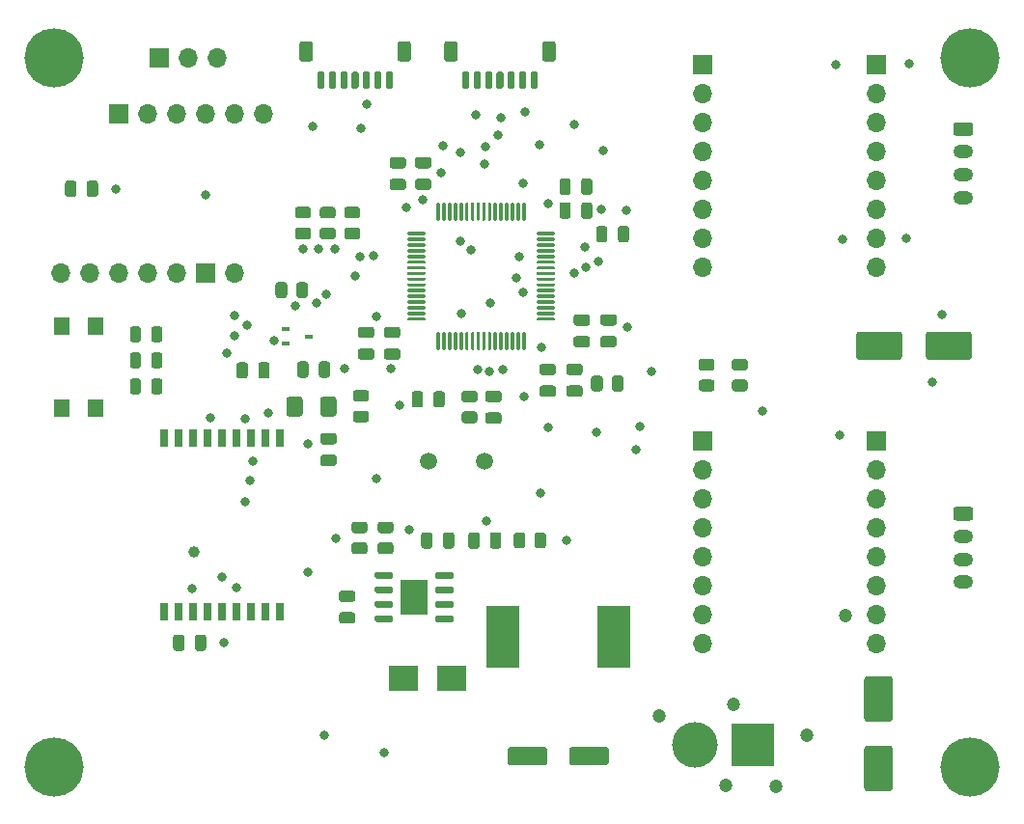
<source format=gbr>
%TF.GenerationSoftware,KiCad,Pcbnew,(5.1.9)-1*%
%TF.CreationDate,2021-05-11T17:21:45+03:00*%
%TF.ProjectId,robotti,726f626f-7474-4692-9e6b-696361645f70,rev?*%
%TF.SameCoordinates,Original*%
%TF.FileFunction,Soldermask,Top*%
%TF.FilePolarity,Negative*%
%FSLAX46Y46*%
G04 Gerber Fmt 4.6, Leading zero omitted, Abs format (unit mm)*
G04 Created by KiCad (PCBNEW (5.1.9)-1) date 2021-05-11 17:21:45*
%MOMM*%
%LPD*%
G01*
G04 APERTURE LIST*
%ADD10R,2.410000X3.100000*%
%ADD11R,0.700000X1.600000*%
%ADD12C,5.200000*%
%ADD13O,1.700000X1.700000*%
%ADD14R,1.700000X1.700000*%
%ADD15C,1.500000*%
%ADD16R,0.700000X0.450000*%
%ADD17R,1.400000X1.600000*%
%ADD18R,2.900000X5.400000*%
%ADD19O,1.750000X1.200000*%
%ADD20C,4.000000*%
%ADD21R,3.800000X3.800000*%
%ADD22R,2.500000X2.300000*%
%ADD23C,1.200000*%
%ADD24C,0.800000*%
%ADD25C,1.000000*%
G04 APERTURE END LIST*
D10*
%TO.C,U5*%
X125828500Y-96215500D03*
G36*
G01*
X123978500Y-97970500D02*
X123978500Y-98270500D01*
G75*
G02*
X123828500Y-98420500I-150000J0D01*
G01*
X122528500Y-98420500D01*
G75*
G02*
X122378500Y-98270500I0J150000D01*
G01*
X122378500Y-97970500D01*
G75*
G02*
X122528500Y-97820500I150000J0D01*
G01*
X123828500Y-97820500D01*
G75*
G02*
X123978500Y-97970500I0J-150000D01*
G01*
G37*
G36*
G01*
X123978500Y-96700500D02*
X123978500Y-97000500D01*
G75*
G02*
X123828500Y-97150500I-150000J0D01*
G01*
X122528500Y-97150500D01*
G75*
G02*
X122378500Y-97000500I0J150000D01*
G01*
X122378500Y-96700500D01*
G75*
G02*
X122528500Y-96550500I150000J0D01*
G01*
X123828500Y-96550500D01*
G75*
G02*
X123978500Y-96700500I0J-150000D01*
G01*
G37*
G36*
G01*
X123978500Y-95430500D02*
X123978500Y-95730500D01*
G75*
G02*
X123828500Y-95880500I-150000J0D01*
G01*
X122528500Y-95880500D01*
G75*
G02*
X122378500Y-95730500I0J150000D01*
G01*
X122378500Y-95430500D01*
G75*
G02*
X122528500Y-95280500I150000J0D01*
G01*
X123828500Y-95280500D01*
G75*
G02*
X123978500Y-95430500I0J-150000D01*
G01*
G37*
G36*
G01*
X123978500Y-94160500D02*
X123978500Y-94460500D01*
G75*
G02*
X123828500Y-94610500I-150000J0D01*
G01*
X122528500Y-94610500D01*
G75*
G02*
X122378500Y-94460500I0J150000D01*
G01*
X122378500Y-94160500D01*
G75*
G02*
X122528500Y-94010500I150000J0D01*
G01*
X123828500Y-94010500D01*
G75*
G02*
X123978500Y-94160500I0J-150000D01*
G01*
G37*
G36*
G01*
X129278500Y-94160500D02*
X129278500Y-94460500D01*
G75*
G02*
X129128500Y-94610500I-150000J0D01*
G01*
X127828500Y-94610500D01*
G75*
G02*
X127678500Y-94460500I0J150000D01*
G01*
X127678500Y-94160500D01*
G75*
G02*
X127828500Y-94010500I150000J0D01*
G01*
X129128500Y-94010500D01*
G75*
G02*
X129278500Y-94160500I0J-150000D01*
G01*
G37*
G36*
G01*
X129278500Y-95430500D02*
X129278500Y-95730500D01*
G75*
G02*
X129128500Y-95880500I-150000J0D01*
G01*
X127828500Y-95880500D01*
G75*
G02*
X127678500Y-95730500I0J150000D01*
G01*
X127678500Y-95430500D01*
G75*
G02*
X127828500Y-95280500I150000J0D01*
G01*
X129128500Y-95280500D01*
G75*
G02*
X129278500Y-95430500I0J-150000D01*
G01*
G37*
G36*
G01*
X129278500Y-96700500D02*
X129278500Y-97000500D01*
G75*
G02*
X129128500Y-97150500I-150000J0D01*
G01*
X127828500Y-97150500D01*
G75*
G02*
X127678500Y-97000500I0J150000D01*
G01*
X127678500Y-96700500D01*
G75*
G02*
X127828500Y-96550500I150000J0D01*
G01*
X129128500Y-96550500D01*
G75*
G02*
X129278500Y-96700500I0J-150000D01*
G01*
G37*
G36*
G01*
X129278500Y-97970500D02*
X129278500Y-98270500D01*
G75*
G02*
X129128500Y-98420500I-150000J0D01*
G01*
X127828500Y-98420500D01*
G75*
G02*
X127678500Y-98270500I0J150000D01*
G01*
X127678500Y-97970500D01*
G75*
G02*
X127828500Y-97820500I150000J0D01*
G01*
X129128500Y-97820500D01*
G75*
G02*
X129278500Y-97970500I0J-150000D01*
G01*
G37*
%TD*%
%TO.C,J2*%
G36*
G01*
X137050000Y-48980001D02*
X137050000Y-47679999D01*
G75*
G02*
X137299999Y-47430000I249999J0D01*
G01*
X138000001Y-47430000D01*
G75*
G02*
X138250000Y-47679999I0J-249999D01*
G01*
X138250000Y-48980001D01*
G75*
G02*
X138000001Y-49230000I-249999J0D01*
G01*
X137299999Y-49230000D01*
G75*
G02*
X137050000Y-48980001I0J249999D01*
G01*
G37*
G36*
G01*
X128450000Y-48980001D02*
X128450000Y-47679999D01*
G75*
G02*
X128699999Y-47430000I249999J0D01*
G01*
X129400001Y-47430000D01*
G75*
G02*
X129650000Y-47679999I0J-249999D01*
G01*
X129650000Y-48980001D01*
G75*
G02*
X129400001Y-49230000I-249999J0D01*
G01*
X128699999Y-49230000D01*
G75*
G02*
X128450000Y-48980001I0J249999D01*
G01*
G37*
G36*
G01*
X136050000Y-51480000D02*
X136050000Y-50230000D01*
G75*
G02*
X136200000Y-50080000I150000J0D01*
G01*
X136500000Y-50080000D01*
G75*
G02*
X136650000Y-50230000I0J-150000D01*
G01*
X136650000Y-51480000D01*
G75*
G02*
X136500000Y-51630000I-150000J0D01*
G01*
X136200000Y-51630000D01*
G75*
G02*
X136050000Y-51480000I0J150000D01*
G01*
G37*
G36*
G01*
X135050000Y-51480000D02*
X135050000Y-50230000D01*
G75*
G02*
X135200000Y-50080000I150000J0D01*
G01*
X135500000Y-50080000D01*
G75*
G02*
X135650000Y-50230000I0J-150000D01*
G01*
X135650000Y-51480000D01*
G75*
G02*
X135500000Y-51630000I-150000J0D01*
G01*
X135200000Y-51630000D01*
G75*
G02*
X135050000Y-51480000I0J150000D01*
G01*
G37*
G36*
G01*
X134050000Y-51480000D02*
X134050000Y-50230000D01*
G75*
G02*
X134200000Y-50080000I150000J0D01*
G01*
X134500000Y-50080000D01*
G75*
G02*
X134650000Y-50230000I0J-150000D01*
G01*
X134650000Y-51480000D01*
G75*
G02*
X134500000Y-51630000I-150000J0D01*
G01*
X134200000Y-51630000D01*
G75*
G02*
X134050000Y-51480000I0J150000D01*
G01*
G37*
G36*
G01*
X133050000Y-51480000D02*
X133050000Y-50230000D01*
G75*
G02*
X133200000Y-50080000I150000J0D01*
G01*
X133500000Y-50080000D01*
G75*
G02*
X133650000Y-50230000I0J-150000D01*
G01*
X133650000Y-51480000D01*
G75*
G02*
X133500000Y-51630000I-150000J0D01*
G01*
X133200000Y-51630000D01*
G75*
G02*
X133050000Y-51480000I0J150000D01*
G01*
G37*
G36*
G01*
X132050000Y-51480000D02*
X132050000Y-50230000D01*
G75*
G02*
X132200000Y-50080000I150000J0D01*
G01*
X132500000Y-50080000D01*
G75*
G02*
X132650000Y-50230000I0J-150000D01*
G01*
X132650000Y-51480000D01*
G75*
G02*
X132500000Y-51630000I-150000J0D01*
G01*
X132200000Y-51630000D01*
G75*
G02*
X132050000Y-51480000I0J150000D01*
G01*
G37*
G36*
G01*
X131050000Y-51480000D02*
X131050000Y-50230000D01*
G75*
G02*
X131200000Y-50080000I150000J0D01*
G01*
X131500000Y-50080000D01*
G75*
G02*
X131650000Y-50230000I0J-150000D01*
G01*
X131650000Y-51480000D01*
G75*
G02*
X131500000Y-51630000I-150000J0D01*
G01*
X131200000Y-51630000D01*
G75*
G02*
X131050000Y-51480000I0J150000D01*
G01*
G37*
G36*
G01*
X130050000Y-51480000D02*
X130050000Y-50230000D01*
G75*
G02*
X130200000Y-50080000I150000J0D01*
G01*
X130500000Y-50080000D01*
G75*
G02*
X130650000Y-50230000I0J-150000D01*
G01*
X130650000Y-51480000D01*
G75*
G02*
X130500000Y-51630000I-150000J0D01*
G01*
X130200000Y-51630000D01*
G75*
G02*
X130050000Y-51480000I0J150000D01*
G01*
G37*
%TD*%
D11*
%TO.C,U4*%
X103886000Y-97536000D03*
X105156000Y-97536000D03*
X106426000Y-97536000D03*
X107696000Y-97536000D03*
X108966000Y-97536000D03*
X110236000Y-97536000D03*
X111506000Y-97536000D03*
X112776000Y-97536000D03*
X114046000Y-97536000D03*
X114046000Y-82296000D03*
X112776000Y-82296000D03*
X111506000Y-82296000D03*
X110236000Y-82296000D03*
X108966000Y-82296000D03*
X107696000Y-82296000D03*
X106426000Y-82296000D03*
X105156000Y-82296000D03*
X103886000Y-82296000D03*
%TD*%
D12*
%TO.C,REF\u002A\u002A*%
X94234000Y-111125000D03*
%TD*%
%TO.C,REF\u002A\u002A*%
X174625000Y-111125000D03*
%TD*%
%TO.C,REF\u002A\u002A*%
X174625000Y-48895000D03*
%TD*%
%TO.C,REF\u002A\u002A*%
X94234000Y-48895000D03*
%TD*%
D13*
%TO.C,U1*%
X110109000Y-67818000D03*
D14*
X107569000Y-67818000D03*
D13*
X105029000Y-67818000D03*
X102489000Y-67818000D03*
X99949000Y-67818000D03*
X97409000Y-67818000D03*
X94869000Y-67818000D03*
%TD*%
%TO.C,U2*%
G36*
G01*
X126724000Y-71972000D02*
X125324000Y-71972000D01*
G75*
G02*
X125249000Y-71897000I0J75000D01*
G01*
X125249000Y-71747000D01*
G75*
G02*
X125324000Y-71672000I75000J0D01*
G01*
X126724000Y-71672000D01*
G75*
G02*
X126799000Y-71747000I0J-75000D01*
G01*
X126799000Y-71897000D01*
G75*
G02*
X126724000Y-71972000I-75000J0D01*
G01*
G37*
G36*
G01*
X126724000Y-71472000D02*
X125324000Y-71472000D01*
G75*
G02*
X125249000Y-71397000I0J75000D01*
G01*
X125249000Y-71247000D01*
G75*
G02*
X125324000Y-71172000I75000J0D01*
G01*
X126724000Y-71172000D01*
G75*
G02*
X126799000Y-71247000I0J-75000D01*
G01*
X126799000Y-71397000D01*
G75*
G02*
X126724000Y-71472000I-75000J0D01*
G01*
G37*
G36*
G01*
X126724000Y-70972000D02*
X125324000Y-70972000D01*
G75*
G02*
X125249000Y-70897000I0J75000D01*
G01*
X125249000Y-70747000D01*
G75*
G02*
X125324000Y-70672000I75000J0D01*
G01*
X126724000Y-70672000D01*
G75*
G02*
X126799000Y-70747000I0J-75000D01*
G01*
X126799000Y-70897000D01*
G75*
G02*
X126724000Y-70972000I-75000J0D01*
G01*
G37*
G36*
G01*
X126724000Y-70472000D02*
X125324000Y-70472000D01*
G75*
G02*
X125249000Y-70397000I0J75000D01*
G01*
X125249000Y-70247000D01*
G75*
G02*
X125324000Y-70172000I75000J0D01*
G01*
X126724000Y-70172000D01*
G75*
G02*
X126799000Y-70247000I0J-75000D01*
G01*
X126799000Y-70397000D01*
G75*
G02*
X126724000Y-70472000I-75000J0D01*
G01*
G37*
G36*
G01*
X126724000Y-69972000D02*
X125324000Y-69972000D01*
G75*
G02*
X125249000Y-69897000I0J75000D01*
G01*
X125249000Y-69747000D01*
G75*
G02*
X125324000Y-69672000I75000J0D01*
G01*
X126724000Y-69672000D01*
G75*
G02*
X126799000Y-69747000I0J-75000D01*
G01*
X126799000Y-69897000D01*
G75*
G02*
X126724000Y-69972000I-75000J0D01*
G01*
G37*
G36*
G01*
X126724000Y-69472000D02*
X125324000Y-69472000D01*
G75*
G02*
X125249000Y-69397000I0J75000D01*
G01*
X125249000Y-69247000D01*
G75*
G02*
X125324000Y-69172000I75000J0D01*
G01*
X126724000Y-69172000D01*
G75*
G02*
X126799000Y-69247000I0J-75000D01*
G01*
X126799000Y-69397000D01*
G75*
G02*
X126724000Y-69472000I-75000J0D01*
G01*
G37*
G36*
G01*
X126724000Y-68972000D02*
X125324000Y-68972000D01*
G75*
G02*
X125249000Y-68897000I0J75000D01*
G01*
X125249000Y-68747000D01*
G75*
G02*
X125324000Y-68672000I75000J0D01*
G01*
X126724000Y-68672000D01*
G75*
G02*
X126799000Y-68747000I0J-75000D01*
G01*
X126799000Y-68897000D01*
G75*
G02*
X126724000Y-68972000I-75000J0D01*
G01*
G37*
G36*
G01*
X126724000Y-68472000D02*
X125324000Y-68472000D01*
G75*
G02*
X125249000Y-68397000I0J75000D01*
G01*
X125249000Y-68247000D01*
G75*
G02*
X125324000Y-68172000I75000J0D01*
G01*
X126724000Y-68172000D01*
G75*
G02*
X126799000Y-68247000I0J-75000D01*
G01*
X126799000Y-68397000D01*
G75*
G02*
X126724000Y-68472000I-75000J0D01*
G01*
G37*
G36*
G01*
X126724000Y-67972000D02*
X125324000Y-67972000D01*
G75*
G02*
X125249000Y-67897000I0J75000D01*
G01*
X125249000Y-67747000D01*
G75*
G02*
X125324000Y-67672000I75000J0D01*
G01*
X126724000Y-67672000D01*
G75*
G02*
X126799000Y-67747000I0J-75000D01*
G01*
X126799000Y-67897000D01*
G75*
G02*
X126724000Y-67972000I-75000J0D01*
G01*
G37*
G36*
G01*
X126724000Y-67472000D02*
X125324000Y-67472000D01*
G75*
G02*
X125249000Y-67397000I0J75000D01*
G01*
X125249000Y-67247000D01*
G75*
G02*
X125324000Y-67172000I75000J0D01*
G01*
X126724000Y-67172000D01*
G75*
G02*
X126799000Y-67247000I0J-75000D01*
G01*
X126799000Y-67397000D01*
G75*
G02*
X126724000Y-67472000I-75000J0D01*
G01*
G37*
G36*
G01*
X126724000Y-66972000D02*
X125324000Y-66972000D01*
G75*
G02*
X125249000Y-66897000I0J75000D01*
G01*
X125249000Y-66747000D01*
G75*
G02*
X125324000Y-66672000I75000J0D01*
G01*
X126724000Y-66672000D01*
G75*
G02*
X126799000Y-66747000I0J-75000D01*
G01*
X126799000Y-66897000D01*
G75*
G02*
X126724000Y-66972000I-75000J0D01*
G01*
G37*
G36*
G01*
X126724000Y-66472000D02*
X125324000Y-66472000D01*
G75*
G02*
X125249000Y-66397000I0J75000D01*
G01*
X125249000Y-66247000D01*
G75*
G02*
X125324000Y-66172000I75000J0D01*
G01*
X126724000Y-66172000D01*
G75*
G02*
X126799000Y-66247000I0J-75000D01*
G01*
X126799000Y-66397000D01*
G75*
G02*
X126724000Y-66472000I-75000J0D01*
G01*
G37*
G36*
G01*
X126724000Y-65972000D02*
X125324000Y-65972000D01*
G75*
G02*
X125249000Y-65897000I0J75000D01*
G01*
X125249000Y-65747000D01*
G75*
G02*
X125324000Y-65672000I75000J0D01*
G01*
X126724000Y-65672000D01*
G75*
G02*
X126799000Y-65747000I0J-75000D01*
G01*
X126799000Y-65897000D01*
G75*
G02*
X126724000Y-65972000I-75000J0D01*
G01*
G37*
G36*
G01*
X126724000Y-65472000D02*
X125324000Y-65472000D01*
G75*
G02*
X125249000Y-65397000I0J75000D01*
G01*
X125249000Y-65247000D01*
G75*
G02*
X125324000Y-65172000I75000J0D01*
G01*
X126724000Y-65172000D01*
G75*
G02*
X126799000Y-65247000I0J-75000D01*
G01*
X126799000Y-65397000D01*
G75*
G02*
X126724000Y-65472000I-75000J0D01*
G01*
G37*
G36*
G01*
X126724000Y-64972000D02*
X125324000Y-64972000D01*
G75*
G02*
X125249000Y-64897000I0J75000D01*
G01*
X125249000Y-64747000D01*
G75*
G02*
X125324000Y-64672000I75000J0D01*
G01*
X126724000Y-64672000D01*
G75*
G02*
X126799000Y-64747000I0J-75000D01*
G01*
X126799000Y-64897000D01*
G75*
G02*
X126724000Y-64972000I-75000J0D01*
G01*
G37*
G36*
G01*
X126724000Y-64472000D02*
X125324000Y-64472000D01*
G75*
G02*
X125249000Y-64397000I0J75000D01*
G01*
X125249000Y-64247000D01*
G75*
G02*
X125324000Y-64172000I75000J0D01*
G01*
X126724000Y-64172000D01*
G75*
G02*
X126799000Y-64247000I0J-75000D01*
G01*
X126799000Y-64397000D01*
G75*
G02*
X126724000Y-64472000I-75000J0D01*
G01*
G37*
G36*
G01*
X128024000Y-63172000D02*
X127874000Y-63172000D01*
G75*
G02*
X127799000Y-63097000I0J75000D01*
G01*
X127799000Y-61697000D01*
G75*
G02*
X127874000Y-61622000I75000J0D01*
G01*
X128024000Y-61622000D01*
G75*
G02*
X128099000Y-61697000I0J-75000D01*
G01*
X128099000Y-63097000D01*
G75*
G02*
X128024000Y-63172000I-75000J0D01*
G01*
G37*
G36*
G01*
X128524000Y-63172000D02*
X128374000Y-63172000D01*
G75*
G02*
X128299000Y-63097000I0J75000D01*
G01*
X128299000Y-61697000D01*
G75*
G02*
X128374000Y-61622000I75000J0D01*
G01*
X128524000Y-61622000D01*
G75*
G02*
X128599000Y-61697000I0J-75000D01*
G01*
X128599000Y-63097000D01*
G75*
G02*
X128524000Y-63172000I-75000J0D01*
G01*
G37*
G36*
G01*
X129024000Y-63172000D02*
X128874000Y-63172000D01*
G75*
G02*
X128799000Y-63097000I0J75000D01*
G01*
X128799000Y-61697000D01*
G75*
G02*
X128874000Y-61622000I75000J0D01*
G01*
X129024000Y-61622000D01*
G75*
G02*
X129099000Y-61697000I0J-75000D01*
G01*
X129099000Y-63097000D01*
G75*
G02*
X129024000Y-63172000I-75000J0D01*
G01*
G37*
G36*
G01*
X129524000Y-63172000D02*
X129374000Y-63172000D01*
G75*
G02*
X129299000Y-63097000I0J75000D01*
G01*
X129299000Y-61697000D01*
G75*
G02*
X129374000Y-61622000I75000J0D01*
G01*
X129524000Y-61622000D01*
G75*
G02*
X129599000Y-61697000I0J-75000D01*
G01*
X129599000Y-63097000D01*
G75*
G02*
X129524000Y-63172000I-75000J0D01*
G01*
G37*
G36*
G01*
X130024000Y-63172000D02*
X129874000Y-63172000D01*
G75*
G02*
X129799000Y-63097000I0J75000D01*
G01*
X129799000Y-61697000D01*
G75*
G02*
X129874000Y-61622000I75000J0D01*
G01*
X130024000Y-61622000D01*
G75*
G02*
X130099000Y-61697000I0J-75000D01*
G01*
X130099000Y-63097000D01*
G75*
G02*
X130024000Y-63172000I-75000J0D01*
G01*
G37*
G36*
G01*
X130524000Y-63172000D02*
X130374000Y-63172000D01*
G75*
G02*
X130299000Y-63097000I0J75000D01*
G01*
X130299000Y-61697000D01*
G75*
G02*
X130374000Y-61622000I75000J0D01*
G01*
X130524000Y-61622000D01*
G75*
G02*
X130599000Y-61697000I0J-75000D01*
G01*
X130599000Y-63097000D01*
G75*
G02*
X130524000Y-63172000I-75000J0D01*
G01*
G37*
G36*
G01*
X131024000Y-63172000D02*
X130874000Y-63172000D01*
G75*
G02*
X130799000Y-63097000I0J75000D01*
G01*
X130799000Y-61697000D01*
G75*
G02*
X130874000Y-61622000I75000J0D01*
G01*
X131024000Y-61622000D01*
G75*
G02*
X131099000Y-61697000I0J-75000D01*
G01*
X131099000Y-63097000D01*
G75*
G02*
X131024000Y-63172000I-75000J0D01*
G01*
G37*
G36*
G01*
X131524000Y-63172000D02*
X131374000Y-63172000D01*
G75*
G02*
X131299000Y-63097000I0J75000D01*
G01*
X131299000Y-61697000D01*
G75*
G02*
X131374000Y-61622000I75000J0D01*
G01*
X131524000Y-61622000D01*
G75*
G02*
X131599000Y-61697000I0J-75000D01*
G01*
X131599000Y-63097000D01*
G75*
G02*
X131524000Y-63172000I-75000J0D01*
G01*
G37*
G36*
G01*
X132024000Y-63172000D02*
X131874000Y-63172000D01*
G75*
G02*
X131799000Y-63097000I0J75000D01*
G01*
X131799000Y-61697000D01*
G75*
G02*
X131874000Y-61622000I75000J0D01*
G01*
X132024000Y-61622000D01*
G75*
G02*
X132099000Y-61697000I0J-75000D01*
G01*
X132099000Y-63097000D01*
G75*
G02*
X132024000Y-63172000I-75000J0D01*
G01*
G37*
G36*
G01*
X132524000Y-63172000D02*
X132374000Y-63172000D01*
G75*
G02*
X132299000Y-63097000I0J75000D01*
G01*
X132299000Y-61697000D01*
G75*
G02*
X132374000Y-61622000I75000J0D01*
G01*
X132524000Y-61622000D01*
G75*
G02*
X132599000Y-61697000I0J-75000D01*
G01*
X132599000Y-63097000D01*
G75*
G02*
X132524000Y-63172000I-75000J0D01*
G01*
G37*
G36*
G01*
X133024000Y-63172000D02*
X132874000Y-63172000D01*
G75*
G02*
X132799000Y-63097000I0J75000D01*
G01*
X132799000Y-61697000D01*
G75*
G02*
X132874000Y-61622000I75000J0D01*
G01*
X133024000Y-61622000D01*
G75*
G02*
X133099000Y-61697000I0J-75000D01*
G01*
X133099000Y-63097000D01*
G75*
G02*
X133024000Y-63172000I-75000J0D01*
G01*
G37*
G36*
G01*
X133524000Y-63172000D02*
X133374000Y-63172000D01*
G75*
G02*
X133299000Y-63097000I0J75000D01*
G01*
X133299000Y-61697000D01*
G75*
G02*
X133374000Y-61622000I75000J0D01*
G01*
X133524000Y-61622000D01*
G75*
G02*
X133599000Y-61697000I0J-75000D01*
G01*
X133599000Y-63097000D01*
G75*
G02*
X133524000Y-63172000I-75000J0D01*
G01*
G37*
G36*
G01*
X134024000Y-63172000D02*
X133874000Y-63172000D01*
G75*
G02*
X133799000Y-63097000I0J75000D01*
G01*
X133799000Y-61697000D01*
G75*
G02*
X133874000Y-61622000I75000J0D01*
G01*
X134024000Y-61622000D01*
G75*
G02*
X134099000Y-61697000I0J-75000D01*
G01*
X134099000Y-63097000D01*
G75*
G02*
X134024000Y-63172000I-75000J0D01*
G01*
G37*
G36*
G01*
X134524000Y-63172000D02*
X134374000Y-63172000D01*
G75*
G02*
X134299000Y-63097000I0J75000D01*
G01*
X134299000Y-61697000D01*
G75*
G02*
X134374000Y-61622000I75000J0D01*
G01*
X134524000Y-61622000D01*
G75*
G02*
X134599000Y-61697000I0J-75000D01*
G01*
X134599000Y-63097000D01*
G75*
G02*
X134524000Y-63172000I-75000J0D01*
G01*
G37*
G36*
G01*
X135024000Y-63172000D02*
X134874000Y-63172000D01*
G75*
G02*
X134799000Y-63097000I0J75000D01*
G01*
X134799000Y-61697000D01*
G75*
G02*
X134874000Y-61622000I75000J0D01*
G01*
X135024000Y-61622000D01*
G75*
G02*
X135099000Y-61697000I0J-75000D01*
G01*
X135099000Y-63097000D01*
G75*
G02*
X135024000Y-63172000I-75000J0D01*
G01*
G37*
G36*
G01*
X135524000Y-63172000D02*
X135374000Y-63172000D01*
G75*
G02*
X135299000Y-63097000I0J75000D01*
G01*
X135299000Y-61697000D01*
G75*
G02*
X135374000Y-61622000I75000J0D01*
G01*
X135524000Y-61622000D01*
G75*
G02*
X135599000Y-61697000I0J-75000D01*
G01*
X135599000Y-63097000D01*
G75*
G02*
X135524000Y-63172000I-75000J0D01*
G01*
G37*
G36*
G01*
X138074000Y-64472000D02*
X136674000Y-64472000D01*
G75*
G02*
X136599000Y-64397000I0J75000D01*
G01*
X136599000Y-64247000D01*
G75*
G02*
X136674000Y-64172000I75000J0D01*
G01*
X138074000Y-64172000D01*
G75*
G02*
X138149000Y-64247000I0J-75000D01*
G01*
X138149000Y-64397000D01*
G75*
G02*
X138074000Y-64472000I-75000J0D01*
G01*
G37*
G36*
G01*
X138074000Y-64972000D02*
X136674000Y-64972000D01*
G75*
G02*
X136599000Y-64897000I0J75000D01*
G01*
X136599000Y-64747000D01*
G75*
G02*
X136674000Y-64672000I75000J0D01*
G01*
X138074000Y-64672000D01*
G75*
G02*
X138149000Y-64747000I0J-75000D01*
G01*
X138149000Y-64897000D01*
G75*
G02*
X138074000Y-64972000I-75000J0D01*
G01*
G37*
G36*
G01*
X138074000Y-65472000D02*
X136674000Y-65472000D01*
G75*
G02*
X136599000Y-65397000I0J75000D01*
G01*
X136599000Y-65247000D01*
G75*
G02*
X136674000Y-65172000I75000J0D01*
G01*
X138074000Y-65172000D01*
G75*
G02*
X138149000Y-65247000I0J-75000D01*
G01*
X138149000Y-65397000D01*
G75*
G02*
X138074000Y-65472000I-75000J0D01*
G01*
G37*
G36*
G01*
X138074000Y-65972000D02*
X136674000Y-65972000D01*
G75*
G02*
X136599000Y-65897000I0J75000D01*
G01*
X136599000Y-65747000D01*
G75*
G02*
X136674000Y-65672000I75000J0D01*
G01*
X138074000Y-65672000D01*
G75*
G02*
X138149000Y-65747000I0J-75000D01*
G01*
X138149000Y-65897000D01*
G75*
G02*
X138074000Y-65972000I-75000J0D01*
G01*
G37*
G36*
G01*
X138074000Y-66472000D02*
X136674000Y-66472000D01*
G75*
G02*
X136599000Y-66397000I0J75000D01*
G01*
X136599000Y-66247000D01*
G75*
G02*
X136674000Y-66172000I75000J0D01*
G01*
X138074000Y-66172000D01*
G75*
G02*
X138149000Y-66247000I0J-75000D01*
G01*
X138149000Y-66397000D01*
G75*
G02*
X138074000Y-66472000I-75000J0D01*
G01*
G37*
G36*
G01*
X138074000Y-66972000D02*
X136674000Y-66972000D01*
G75*
G02*
X136599000Y-66897000I0J75000D01*
G01*
X136599000Y-66747000D01*
G75*
G02*
X136674000Y-66672000I75000J0D01*
G01*
X138074000Y-66672000D01*
G75*
G02*
X138149000Y-66747000I0J-75000D01*
G01*
X138149000Y-66897000D01*
G75*
G02*
X138074000Y-66972000I-75000J0D01*
G01*
G37*
G36*
G01*
X138074000Y-67472000D02*
X136674000Y-67472000D01*
G75*
G02*
X136599000Y-67397000I0J75000D01*
G01*
X136599000Y-67247000D01*
G75*
G02*
X136674000Y-67172000I75000J0D01*
G01*
X138074000Y-67172000D01*
G75*
G02*
X138149000Y-67247000I0J-75000D01*
G01*
X138149000Y-67397000D01*
G75*
G02*
X138074000Y-67472000I-75000J0D01*
G01*
G37*
G36*
G01*
X138074000Y-67972000D02*
X136674000Y-67972000D01*
G75*
G02*
X136599000Y-67897000I0J75000D01*
G01*
X136599000Y-67747000D01*
G75*
G02*
X136674000Y-67672000I75000J0D01*
G01*
X138074000Y-67672000D01*
G75*
G02*
X138149000Y-67747000I0J-75000D01*
G01*
X138149000Y-67897000D01*
G75*
G02*
X138074000Y-67972000I-75000J0D01*
G01*
G37*
G36*
G01*
X138074000Y-68472000D02*
X136674000Y-68472000D01*
G75*
G02*
X136599000Y-68397000I0J75000D01*
G01*
X136599000Y-68247000D01*
G75*
G02*
X136674000Y-68172000I75000J0D01*
G01*
X138074000Y-68172000D01*
G75*
G02*
X138149000Y-68247000I0J-75000D01*
G01*
X138149000Y-68397000D01*
G75*
G02*
X138074000Y-68472000I-75000J0D01*
G01*
G37*
G36*
G01*
X138074000Y-68972000D02*
X136674000Y-68972000D01*
G75*
G02*
X136599000Y-68897000I0J75000D01*
G01*
X136599000Y-68747000D01*
G75*
G02*
X136674000Y-68672000I75000J0D01*
G01*
X138074000Y-68672000D01*
G75*
G02*
X138149000Y-68747000I0J-75000D01*
G01*
X138149000Y-68897000D01*
G75*
G02*
X138074000Y-68972000I-75000J0D01*
G01*
G37*
G36*
G01*
X138074000Y-69472000D02*
X136674000Y-69472000D01*
G75*
G02*
X136599000Y-69397000I0J75000D01*
G01*
X136599000Y-69247000D01*
G75*
G02*
X136674000Y-69172000I75000J0D01*
G01*
X138074000Y-69172000D01*
G75*
G02*
X138149000Y-69247000I0J-75000D01*
G01*
X138149000Y-69397000D01*
G75*
G02*
X138074000Y-69472000I-75000J0D01*
G01*
G37*
G36*
G01*
X138074000Y-69972000D02*
X136674000Y-69972000D01*
G75*
G02*
X136599000Y-69897000I0J75000D01*
G01*
X136599000Y-69747000D01*
G75*
G02*
X136674000Y-69672000I75000J0D01*
G01*
X138074000Y-69672000D01*
G75*
G02*
X138149000Y-69747000I0J-75000D01*
G01*
X138149000Y-69897000D01*
G75*
G02*
X138074000Y-69972000I-75000J0D01*
G01*
G37*
G36*
G01*
X138074000Y-70472000D02*
X136674000Y-70472000D01*
G75*
G02*
X136599000Y-70397000I0J75000D01*
G01*
X136599000Y-70247000D01*
G75*
G02*
X136674000Y-70172000I75000J0D01*
G01*
X138074000Y-70172000D01*
G75*
G02*
X138149000Y-70247000I0J-75000D01*
G01*
X138149000Y-70397000D01*
G75*
G02*
X138074000Y-70472000I-75000J0D01*
G01*
G37*
G36*
G01*
X138074000Y-70972000D02*
X136674000Y-70972000D01*
G75*
G02*
X136599000Y-70897000I0J75000D01*
G01*
X136599000Y-70747000D01*
G75*
G02*
X136674000Y-70672000I75000J0D01*
G01*
X138074000Y-70672000D01*
G75*
G02*
X138149000Y-70747000I0J-75000D01*
G01*
X138149000Y-70897000D01*
G75*
G02*
X138074000Y-70972000I-75000J0D01*
G01*
G37*
G36*
G01*
X138074000Y-71472000D02*
X136674000Y-71472000D01*
G75*
G02*
X136599000Y-71397000I0J75000D01*
G01*
X136599000Y-71247000D01*
G75*
G02*
X136674000Y-71172000I75000J0D01*
G01*
X138074000Y-71172000D01*
G75*
G02*
X138149000Y-71247000I0J-75000D01*
G01*
X138149000Y-71397000D01*
G75*
G02*
X138074000Y-71472000I-75000J0D01*
G01*
G37*
G36*
G01*
X138074000Y-71972000D02*
X136674000Y-71972000D01*
G75*
G02*
X136599000Y-71897000I0J75000D01*
G01*
X136599000Y-71747000D01*
G75*
G02*
X136674000Y-71672000I75000J0D01*
G01*
X138074000Y-71672000D01*
G75*
G02*
X138149000Y-71747000I0J-75000D01*
G01*
X138149000Y-71897000D01*
G75*
G02*
X138074000Y-71972000I-75000J0D01*
G01*
G37*
G36*
G01*
X135524000Y-74522000D02*
X135374000Y-74522000D01*
G75*
G02*
X135299000Y-74447000I0J75000D01*
G01*
X135299000Y-73047000D01*
G75*
G02*
X135374000Y-72972000I75000J0D01*
G01*
X135524000Y-72972000D01*
G75*
G02*
X135599000Y-73047000I0J-75000D01*
G01*
X135599000Y-74447000D01*
G75*
G02*
X135524000Y-74522000I-75000J0D01*
G01*
G37*
G36*
G01*
X135024000Y-74522000D02*
X134874000Y-74522000D01*
G75*
G02*
X134799000Y-74447000I0J75000D01*
G01*
X134799000Y-73047000D01*
G75*
G02*
X134874000Y-72972000I75000J0D01*
G01*
X135024000Y-72972000D01*
G75*
G02*
X135099000Y-73047000I0J-75000D01*
G01*
X135099000Y-74447000D01*
G75*
G02*
X135024000Y-74522000I-75000J0D01*
G01*
G37*
G36*
G01*
X134524000Y-74522000D02*
X134374000Y-74522000D01*
G75*
G02*
X134299000Y-74447000I0J75000D01*
G01*
X134299000Y-73047000D01*
G75*
G02*
X134374000Y-72972000I75000J0D01*
G01*
X134524000Y-72972000D01*
G75*
G02*
X134599000Y-73047000I0J-75000D01*
G01*
X134599000Y-74447000D01*
G75*
G02*
X134524000Y-74522000I-75000J0D01*
G01*
G37*
G36*
G01*
X134024000Y-74522000D02*
X133874000Y-74522000D01*
G75*
G02*
X133799000Y-74447000I0J75000D01*
G01*
X133799000Y-73047000D01*
G75*
G02*
X133874000Y-72972000I75000J0D01*
G01*
X134024000Y-72972000D01*
G75*
G02*
X134099000Y-73047000I0J-75000D01*
G01*
X134099000Y-74447000D01*
G75*
G02*
X134024000Y-74522000I-75000J0D01*
G01*
G37*
G36*
G01*
X133524000Y-74522000D02*
X133374000Y-74522000D01*
G75*
G02*
X133299000Y-74447000I0J75000D01*
G01*
X133299000Y-73047000D01*
G75*
G02*
X133374000Y-72972000I75000J0D01*
G01*
X133524000Y-72972000D01*
G75*
G02*
X133599000Y-73047000I0J-75000D01*
G01*
X133599000Y-74447000D01*
G75*
G02*
X133524000Y-74522000I-75000J0D01*
G01*
G37*
G36*
G01*
X133024000Y-74522000D02*
X132874000Y-74522000D01*
G75*
G02*
X132799000Y-74447000I0J75000D01*
G01*
X132799000Y-73047000D01*
G75*
G02*
X132874000Y-72972000I75000J0D01*
G01*
X133024000Y-72972000D01*
G75*
G02*
X133099000Y-73047000I0J-75000D01*
G01*
X133099000Y-74447000D01*
G75*
G02*
X133024000Y-74522000I-75000J0D01*
G01*
G37*
G36*
G01*
X132524000Y-74522000D02*
X132374000Y-74522000D01*
G75*
G02*
X132299000Y-74447000I0J75000D01*
G01*
X132299000Y-73047000D01*
G75*
G02*
X132374000Y-72972000I75000J0D01*
G01*
X132524000Y-72972000D01*
G75*
G02*
X132599000Y-73047000I0J-75000D01*
G01*
X132599000Y-74447000D01*
G75*
G02*
X132524000Y-74522000I-75000J0D01*
G01*
G37*
G36*
G01*
X132024000Y-74522000D02*
X131874000Y-74522000D01*
G75*
G02*
X131799000Y-74447000I0J75000D01*
G01*
X131799000Y-73047000D01*
G75*
G02*
X131874000Y-72972000I75000J0D01*
G01*
X132024000Y-72972000D01*
G75*
G02*
X132099000Y-73047000I0J-75000D01*
G01*
X132099000Y-74447000D01*
G75*
G02*
X132024000Y-74522000I-75000J0D01*
G01*
G37*
G36*
G01*
X131524000Y-74522000D02*
X131374000Y-74522000D01*
G75*
G02*
X131299000Y-74447000I0J75000D01*
G01*
X131299000Y-73047000D01*
G75*
G02*
X131374000Y-72972000I75000J0D01*
G01*
X131524000Y-72972000D01*
G75*
G02*
X131599000Y-73047000I0J-75000D01*
G01*
X131599000Y-74447000D01*
G75*
G02*
X131524000Y-74522000I-75000J0D01*
G01*
G37*
G36*
G01*
X131024000Y-74522000D02*
X130874000Y-74522000D01*
G75*
G02*
X130799000Y-74447000I0J75000D01*
G01*
X130799000Y-73047000D01*
G75*
G02*
X130874000Y-72972000I75000J0D01*
G01*
X131024000Y-72972000D01*
G75*
G02*
X131099000Y-73047000I0J-75000D01*
G01*
X131099000Y-74447000D01*
G75*
G02*
X131024000Y-74522000I-75000J0D01*
G01*
G37*
G36*
G01*
X130524000Y-74522000D02*
X130374000Y-74522000D01*
G75*
G02*
X130299000Y-74447000I0J75000D01*
G01*
X130299000Y-73047000D01*
G75*
G02*
X130374000Y-72972000I75000J0D01*
G01*
X130524000Y-72972000D01*
G75*
G02*
X130599000Y-73047000I0J-75000D01*
G01*
X130599000Y-74447000D01*
G75*
G02*
X130524000Y-74522000I-75000J0D01*
G01*
G37*
G36*
G01*
X130024000Y-74522000D02*
X129874000Y-74522000D01*
G75*
G02*
X129799000Y-74447000I0J75000D01*
G01*
X129799000Y-73047000D01*
G75*
G02*
X129874000Y-72972000I75000J0D01*
G01*
X130024000Y-72972000D01*
G75*
G02*
X130099000Y-73047000I0J-75000D01*
G01*
X130099000Y-74447000D01*
G75*
G02*
X130024000Y-74522000I-75000J0D01*
G01*
G37*
G36*
G01*
X129524000Y-74522000D02*
X129374000Y-74522000D01*
G75*
G02*
X129299000Y-74447000I0J75000D01*
G01*
X129299000Y-73047000D01*
G75*
G02*
X129374000Y-72972000I75000J0D01*
G01*
X129524000Y-72972000D01*
G75*
G02*
X129599000Y-73047000I0J-75000D01*
G01*
X129599000Y-74447000D01*
G75*
G02*
X129524000Y-74522000I-75000J0D01*
G01*
G37*
G36*
G01*
X129024000Y-74522000D02*
X128874000Y-74522000D01*
G75*
G02*
X128799000Y-74447000I0J75000D01*
G01*
X128799000Y-73047000D01*
G75*
G02*
X128874000Y-72972000I75000J0D01*
G01*
X129024000Y-72972000D01*
G75*
G02*
X129099000Y-73047000I0J-75000D01*
G01*
X129099000Y-74447000D01*
G75*
G02*
X129024000Y-74522000I-75000J0D01*
G01*
G37*
G36*
G01*
X128524000Y-74522000D02*
X128374000Y-74522000D01*
G75*
G02*
X128299000Y-74447000I0J75000D01*
G01*
X128299000Y-73047000D01*
G75*
G02*
X128374000Y-72972000I75000J0D01*
G01*
X128524000Y-72972000D01*
G75*
G02*
X128599000Y-73047000I0J-75000D01*
G01*
X128599000Y-74447000D01*
G75*
G02*
X128524000Y-74522000I-75000J0D01*
G01*
G37*
G36*
G01*
X128024000Y-74522000D02*
X127874000Y-74522000D01*
G75*
G02*
X127799000Y-74447000I0J75000D01*
G01*
X127799000Y-73047000D01*
G75*
G02*
X127874000Y-72972000I75000J0D01*
G01*
X128024000Y-72972000D01*
G75*
G02*
X128099000Y-73047000I0J-75000D01*
G01*
X128099000Y-74447000D01*
G75*
G02*
X128024000Y-74522000I-75000J0D01*
G01*
G37*
%TD*%
D15*
%TO.C,Y1*%
X132007000Y-84328000D03*
X127127000Y-84328000D03*
%TD*%
D16*
%TO.C,U3*%
X116579400Y-73344800D03*
X114579400Y-73994800D03*
X114579400Y-72694800D03*
%TD*%
D17*
%TO.C,SW1*%
X97893000Y-79673000D03*
X97893000Y-72473000D03*
X94893000Y-79673000D03*
X94893000Y-72473000D03*
%TD*%
%TO.C,R13*%
G36*
G01*
X151022898Y-77135300D02*
X151922902Y-77135300D01*
G75*
G02*
X152172900Y-77385298I0J-249998D01*
G01*
X152172900Y-77910302D01*
G75*
G02*
X151922902Y-78160300I-249998J0D01*
G01*
X151022898Y-78160300D01*
G75*
G02*
X150772900Y-77910302I0J249998D01*
G01*
X150772900Y-77385298D01*
G75*
G02*
X151022898Y-77135300I249998J0D01*
G01*
G37*
G36*
G01*
X151022898Y-75310300D02*
X151922902Y-75310300D01*
G75*
G02*
X152172900Y-75560298I0J-249998D01*
G01*
X152172900Y-76085302D01*
G75*
G02*
X151922902Y-76335300I-249998J0D01*
G01*
X151022898Y-76335300D01*
G75*
G02*
X150772900Y-76085302I0J249998D01*
G01*
X150772900Y-75560298D01*
G75*
G02*
X151022898Y-75310300I249998J0D01*
G01*
G37*
%TD*%
%TO.C,R12*%
G36*
G01*
X153943898Y-77135300D02*
X154843902Y-77135300D01*
G75*
G02*
X155093900Y-77385298I0J-249998D01*
G01*
X155093900Y-77910302D01*
G75*
G02*
X154843902Y-78160300I-249998J0D01*
G01*
X153943898Y-78160300D01*
G75*
G02*
X153693900Y-77910302I0J249998D01*
G01*
X153693900Y-77385298D01*
G75*
G02*
X153943898Y-77135300I249998J0D01*
G01*
G37*
G36*
G01*
X153943898Y-75310300D02*
X154843902Y-75310300D01*
G75*
G02*
X155093900Y-75560298I0J-249998D01*
G01*
X155093900Y-76085302D01*
G75*
G02*
X154843902Y-76335300I-249998J0D01*
G01*
X153943898Y-76335300D01*
G75*
G02*
X153693900Y-76085302I0J249998D01*
G01*
X153693900Y-75560298D01*
G75*
G02*
X153943898Y-75310300I249998J0D01*
G01*
G37*
%TD*%
%TO.C,R11*%
G36*
G01*
X121481002Y-90619000D02*
X120580998Y-90619000D01*
G75*
G02*
X120331000Y-90369002I0J249998D01*
G01*
X120331000Y-89843998D01*
G75*
G02*
X120580998Y-89594000I249998J0D01*
G01*
X121481002Y-89594000D01*
G75*
G02*
X121731000Y-89843998I0J-249998D01*
G01*
X121731000Y-90369002D01*
G75*
G02*
X121481002Y-90619000I-249998J0D01*
G01*
G37*
G36*
G01*
X121481002Y-92444000D02*
X120580998Y-92444000D01*
G75*
G02*
X120331000Y-92194002I0J249998D01*
G01*
X120331000Y-91668998D01*
G75*
G02*
X120580998Y-91419000I249998J0D01*
G01*
X121481002Y-91419000D01*
G75*
G02*
X121731000Y-91668998I0J-249998D01*
G01*
X121731000Y-92194002D01*
G75*
G02*
X121481002Y-92444000I-249998J0D01*
G01*
G37*
%TD*%
%TO.C,R10*%
G36*
G01*
X122866998Y-91419000D02*
X123767002Y-91419000D01*
G75*
G02*
X124017000Y-91668998I0J-249998D01*
G01*
X124017000Y-92194002D01*
G75*
G02*
X123767002Y-92444000I-249998J0D01*
G01*
X122866998Y-92444000D01*
G75*
G02*
X122617000Y-92194002I0J249998D01*
G01*
X122617000Y-91668998D01*
G75*
G02*
X122866998Y-91419000I249998J0D01*
G01*
G37*
G36*
G01*
X122866998Y-89594000D02*
X123767002Y-89594000D01*
G75*
G02*
X124017000Y-89843998I0J-249998D01*
G01*
X124017000Y-90369002D01*
G75*
G02*
X123767002Y-90619000I-249998J0D01*
G01*
X122866998Y-90619000D01*
G75*
G02*
X122617000Y-90369002I0J249998D01*
G01*
X122617000Y-89843998D01*
G75*
G02*
X122866998Y-89594000I249998J0D01*
G01*
G37*
%TD*%
%TO.C,R9*%
G36*
G01*
X136377000Y-91699502D02*
X136377000Y-90799498D01*
G75*
G02*
X136626998Y-90549500I249998J0D01*
G01*
X137152002Y-90549500D01*
G75*
G02*
X137402000Y-90799498I0J-249998D01*
G01*
X137402000Y-91699502D01*
G75*
G02*
X137152002Y-91949500I-249998J0D01*
G01*
X136626998Y-91949500D01*
G75*
G02*
X136377000Y-91699502I0J249998D01*
G01*
G37*
G36*
G01*
X134552000Y-91699502D02*
X134552000Y-90799498D01*
G75*
G02*
X134801998Y-90549500I249998J0D01*
G01*
X135327002Y-90549500D01*
G75*
G02*
X135577000Y-90799498I0J-249998D01*
G01*
X135577000Y-91699502D01*
G75*
G02*
X135327002Y-91949500I-249998J0D01*
G01*
X134801998Y-91949500D01*
G75*
G02*
X134552000Y-91699502I0J249998D01*
G01*
G37*
%TD*%
%TO.C,R6*%
G36*
G01*
X120707998Y-79862000D02*
X121608002Y-79862000D01*
G75*
G02*
X121858000Y-80111998I0J-249998D01*
G01*
X121858000Y-80637002D01*
G75*
G02*
X121608002Y-80887000I-249998J0D01*
G01*
X120707998Y-80887000D01*
G75*
G02*
X120458000Y-80637002I0J249998D01*
G01*
X120458000Y-80111998D01*
G75*
G02*
X120707998Y-79862000I249998J0D01*
G01*
G37*
G36*
G01*
X120707998Y-78037000D02*
X121608002Y-78037000D01*
G75*
G02*
X121858000Y-78286998I0J-249998D01*
G01*
X121858000Y-78812002D01*
G75*
G02*
X121608002Y-79062000I-249998J0D01*
G01*
X120707998Y-79062000D01*
G75*
G02*
X120458000Y-78812002I0J249998D01*
G01*
X120458000Y-78286998D01*
G75*
G02*
X120707998Y-78037000I249998J0D01*
G01*
G37*
%TD*%
%TO.C,R5*%
G36*
G01*
X114685500Y-68828498D02*
X114685500Y-69728502D01*
G75*
G02*
X114435502Y-69978500I-249998J0D01*
G01*
X113910498Y-69978500D01*
G75*
G02*
X113660500Y-69728502I0J249998D01*
G01*
X113660500Y-68828498D01*
G75*
G02*
X113910498Y-68578500I249998J0D01*
G01*
X114435502Y-68578500D01*
G75*
G02*
X114685500Y-68828498I0J-249998D01*
G01*
G37*
G36*
G01*
X116510500Y-68828498D02*
X116510500Y-69728502D01*
G75*
G02*
X116260502Y-69978500I-249998J0D01*
G01*
X115735498Y-69978500D01*
G75*
G02*
X115485500Y-69728502I0J249998D01*
G01*
X115485500Y-68828498D01*
G75*
G02*
X115735498Y-68578500I249998J0D01*
G01*
X116260502Y-68578500D01*
G75*
G02*
X116510500Y-68828498I0J-249998D01*
G01*
G37*
%TD*%
%TO.C,R4*%
G36*
G01*
X130232998Y-79925500D02*
X131133002Y-79925500D01*
G75*
G02*
X131383000Y-80175498I0J-249998D01*
G01*
X131383000Y-80700502D01*
G75*
G02*
X131133002Y-80950500I-249998J0D01*
G01*
X130232998Y-80950500D01*
G75*
G02*
X129983000Y-80700502I0J249998D01*
G01*
X129983000Y-80175498D01*
G75*
G02*
X130232998Y-79925500I249998J0D01*
G01*
G37*
G36*
G01*
X130232998Y-78100500D02*
X131133002Y-78100500D01*
G75*
G02*
X131383000Y-78350498I0J-249998D01*
G01*
X131383000Y-78875502D01*
G75*
G02*
X131133002Y-79125500I-249998J0D01*
G01*
X130232998Y-79125500D01*
G75*
G02*
X129983000Y-78875502I0J249998D01*
G01*
X129983000Y-78350498D01*
G75*
G02*
X130232998Y-78100500I249998J0D01*
G01*
G37*
%TD*%
%TO.C,R3*%
G36*
G01*
X115627998Y-63796500D02*
X116528002Y-63796500D01*
G75*
G02*
X116778000Y-64046498I0J-249998D01*
G01*
X116778000Y-64571502D01*
G75*
G02*
X116528002Y-64821500I-249998J0D01*
G01*
X115627998Y-64821500D01*
G75*
G02*
X115378000Y-64571502I0J249998D01*
G01*
X115378000Y-64046498D01*
G75*
G02*
X115627998Y-63796500I249998J0D01*
G01*
G37*
G36*
G01*
X115627998Y-61971500D02*
X116528002Y-61971500D01*
G75*
G02*
X116778000Y-62221498I0J-249998D01*
G01*
X116778000Y-62746502D01*
G75*
G02*
X116528002Y-62996500I-249998J0D01*
G01*
X115627998Y-62996500D01*
G75*
G02*
X115378000Y-62746502I0J249998D01*
G01*
X115378000Y-62221498D01*
G75*
G02*
X115627998Y-61971500I249998J0D01*
G01*
G37*
%TD*%
%TO.C,R2*%
G36*
G01*
X117786998Y-63796500D02*
X118687002Y-63796500D01*
G75*
G02*
X118937000Y-64046498I0J-249998D01*
G01*
X118937000Y-64571502D01*
G75*
G02*
X118687002Y-64821500I-249998J0D01*
G01*
X117786998Y-64821500D01*
G75*
G02*
X117537000Y-64571502I0J249998D01*
G01*
X117537000Y-64046498D01*
G75*
G02*
X117786998Y-63796500I249998J0D01*
G01*
G37*
G36*
G01*
X117786998Y-61971500D02*
X118687002Y-61971500D01*
G75*
G02*
X118937000Y-62221498I0J-249998D01*
G01*
X118937000Y-62746502D01*
G75*
G02*
X118687002Y-62996500I-249998J0D01*
G01*
X117786998Y-62996500D01*
G75*
G02*
X117537000Y-62746502I0J249998D01*
G01*
X117537000Y-62221498D01*
G75*
G02*
X117786998Y-61971500I249998J0D01*
G01*
G37*
%TD*%
%TO.C,R1*%
G36*
G01*
X119945998Y-63796500D02*
X120846002Y-63796500D01*
G75*
G02*
X121096000Y-64046498I0J-249998D01*
G01*
X121096000Y-64571502D01*
G75*
G02*
X120846002Y-64821500I-249998J0D01*
G01*
X119945998Y-64821500D01*
G75*
G02*
X119696000Y-64571502I0J249998D01*
G01*
X119696000Y-64046498D01*
G75*
G02*
X119945998Y-63796500I249998J0D01*
G01*
G37*
G36*
G01*
X119945998Y-61971500D02*
X120846002Y-61971500D01*
G75*
G02*
X121096000Y-62221498I0J-249998D01*
G01*
X121096000Y-62746502D01*
G75*
G02*
X120846002Y-62996500I-249998J0D01*
G01*
X119945998Y-62996500D01*
G75*
G02*
X119696000Y-62746502I0J249998D01*
G01*
X119696000Y-62221498D01*
G75*
G02*
X119945998Y-61971500I249998J0D01*
G01*
G37*
%TD*%
%TO.C,Q1*%
G36*
G01*
X117588000Y-80127000D02*
X117588000Y-78877000D01*
G75*
G02*
X117838000Y-78627000I250000J0D01*
G01*
X118763000Y-78627000D01*
G75*
G02*
X119013000Y-78877000I0J-250000D01*
G01*
X119013000Y-80127000D01*
G75*
G02*
X118763000Y-80377000I-250000J0D01*
G01*
X117838000Y-80377000D01*
G75*
G02*
X117588000Y-80127000I0J250000D01*
G01*
G37*
G36*
G01*
X114613000Y-80127000D02*
X114613000Y-78877000D01*
G75*
G02*
X114863000Y-78627000I250000J0D01*
G01*
X115788000Y-78627000D01*
G75*
G02*
X116038000Y-78877000I0J-250000D01*
G01*
X116038000Y-80127000D01*
G75*
G02*
X115788000Y-80377000I-250000J0D01*
G01*
X114863000Y-80377000D01*
G75*
G02*
X114613000Y-80127000I0J250000D01*
G01*
G37*
%TD*%
D18*
%TO.C,L1*%
X133619500Y-99695000D03*
X143319500Y-99695000D03*
%TD*%
D13*
%TO.C,JP2*%
X166370000Y-100330000D03*
X166370000Y-97790000D03*
X166370000Y-95250000D03*
X166370000Y-92710000D03*
X166370000Y-90170000D03*
X166370000Y-87630000D03*
X166370000Y-85090000D03*
D14*
X166370000Y-82550000D03*
X166370000Y-82550000D03*
D13*
X166370000Y-85090000D03*
X166370000Y-87630000D03*
X166370000Y-90170000D03*
X166370000Y-92710000D03*
X166370000Y-95250000D03*
X166370000Y-97790000D03*
X166370000Y-100330000D03*
X151130000Y-100330000D03*
X151130000Y-97790000D03*
X151130000Y-95250000D03*
X151130000Y-92710000D03*
X151130000Y-90170000D03*
X151130000Y-87630000D03*
X151130000Y-85090000D03*
D14*
X151130000Y-82550000D03*
X151130000Y-82550000D03*
D13*
X151130000Y-85090000D03*
X151130000Y-87630000D03*
X151130000Y-90170000D03*
X151130000Y-92710000D03*
X151130000Y-95250000D03*
X151130000Y-97790000D03*
X151130000Y-100330000D03*
%TD*%
%TO.C,JP1*%
X166370000Y-67310000D03*
X166370000Y-64770000D03*
X166370000Y-62230000D03*
X166370000Y-59690000D03*
X166370000Y-57150000D03*
X166370000Y-54610000D03*
X166370000Y-52070000D03*
D14*
X166370000Y-49530000D03*
X166370000Y-49530000D03*
D13*
X166370000Y-52070000D03*
X166370000Y-54610000D03*
X166370000Y-57150000D03*
X166370000Y-59690000D03*
X166370000Y-62230000D03*
X166370000Y-64770000D03*
X166370000Y-67310000D03*
X151130000Y-67310000D03*
X151130000Y-64770000D03*
X151130000Y-62230000D03*
X151130000Y-59690000D03*
X151130000Y-57150000D03*
X151130000Y-54610000D03*
X151130000Y-52070000D03*
D14*
X151130000Y-49530000D03*
X151130000Y-49530000D03*
D13*
X151130000Y-52070000D03*
X151130000Y-54610000D03*
X151130000Y-57150000D03*
X151130000Y-59690000D03*
X151130000Y-62230000D03*
X151130000Y-64770000D03*
X151130000Y-67310000D03*
%TD*%
D19*
%TO.C,J7*%
X173990000Y-94900000D03*
X173990000Y-92900000D03*
X173990000Y-90900000D03*
G36*
G01*
X173364999Y-88300000D02*
X174615001Y-88300000D01*
G75*
G02*
X174865000Y-88549999I0J-249999D01*
G01*
X174865000Y-89250001D01*
G75*
G02*
X174615001Y-89500000I-249999J0D01*
G01*
X173364999Y-89500000D01*
G75*
G02*
X173115000Y-89250001I0J249999D01*
G01*
X173115000Y-88549999D01*
G75*
G02*
X173364999Y-88300000I249999J0D01*
G01*
G37*
%TD*%
%TO.C,J6*%
X173990000Y-61150000D03*
X173990000Y-59150000D03*
X173990000Y-57150000D03*
G36*
G01*
X173364999Y-54550000D02*
X174615001Y-54550000D01*
G75*
G02*
X174865000Y-54799999I0J-249999D01*
G01*
X174865000Y-55500001D01*
G75*
G02*
X174615001Y-55750000I-249999J0D01*
G01*
X173364999Y-55750000D01*
G75*
G02*
X173115000Y-55500001I0J249999D01*
G01*
X173115000Y-54799999D01*
G75*
G02*
X173364999Y-54550000I249999J0D01*
G01*
G37*
%TD*%
D13*
%TO.C,J5*%
X108585000Y-48895000D03*
X106045000Y-48895000D03*
D14*
X103505000Y-48895000D03*
%TD*%
D13*
%TO.C,J4*%
X112649000Y-53848000D03*
X110109000Y-53848000D03*
X107569000Y-53848000D03*
X105029000Y-53848000D03*
X102489000Y-53848000D03*
D14*
X99949000Y-53848000D03*
%TD*%
D20*
%TO.C,J3*%
X150495000Y-109156500D03*
D21*
X155495000Y-109156500D03*
%TD*%
%TO.C,J1*%
G36*
G01*
X124350000Y-48980001D02*
X124350000Y-47679999D01*
G75*
G02*
X124599999Y-47430000I249999J0D01*
G01*
X125300001Y-47430000D01*
G75*
G02*
X125550000Y-47679999I0J-249999D01*
G01*
X125550000Y-48980001D01*
G75*
G02*
X125300001Y-49230000I-249999J0D01*
G01*
X124599999Y-49230000D01*
G75*
G02*
X124350000Y-48980001I0J249999D01*
G01*
G37*
G36*
G01*
X115750000Y-48980001D02*
X115750000Y-47679999D01*
G75*
G02*
X115999999Y-47430000I249999J0D01*
G01*
X116700001Y-47430000D01*
G75*
G02*
X116950000Y-47679999I0J-249999D01*
G01*
X116950000Y-48980001D01*
G75*
G02*
X116700001Y-49230000I-249999J0D01*
G01*
X115999999Y-49230000D01*
G75*
G02*
X115750000Y-48980001I0J249999D01*
G01*
G37*
G36*
G01*
X123350000Y-51480000D02*
X123350000Y-50230000D01*
G75*
G02*
X123500000Y-50080000I150000J0D01*
G01*
X123800000Y-50080000D01*
G75*
G02*
X123950000Y-50230000I0J-150000D01*
G01*
X123950000Y-51480000D01*
G75*
G02*
X123800000Y-51630000I-150000J0D01*
G01*
X123500000Y-51630000D01*
G75*
G02*
X123350000Y-51480000I0J150000D01*
G01*
G37*
G36*
G01*
X122350000Y-51480000D02*
X122350000Y-50230000D01*
G75*
G02*
X122500000Y-50080000I150000J0D01*
G01*
X122800000Y-50080000D01*
G75*
G02*
X122950000Y-50230000I0J-150000D01*
G01*
X122950000Y-51480000D01*
G75*
G02*
X122800000Y-51630000I-150000J0D01*
G01*
X122500000Y-51630000D01*
G75*
G02*
X122350000Y-51480000I0J150000D01*
G01*
G37*
G36*
G01*
X121350000Y-51480000D02*
X121350000Y-50230000D01*
G75*
G02*
X121500000Y-50080000I150000J0D01*
G01*
X121800000Y-50080000D01*
G75*
G02*
X121950000Y-50230000I0J-150000D01*
G01*
X121950000Y-51480000D01*
G75*
G02*
X121800000Y-51630000I-150000J0D01*
G01*
X121500000Y-51630000D01*
G75*
G02*
X121350000Y-51480000I0J150000D01*
G01*
G37*
G36*
G01*
X120350000Y-51480000D02*
X120350000Y-50230000D01*
G75*
G02*
X120500000Y-50080000I150000J0D01*
G01*
X120800000Y-50080000D01*
G75*
G02*
X120950000Y-50230000I0J-150000D01*
G01*
X120950000Y-51480000D01*
G75*
G02*
X120800000Y-51630000I-150000J0D01*
G01*
X120500000Y-51630000D01*
G75*
G02*
X120350000Y-51480000I0J150000D01*
G01*
G37*
G36*
G01*
X119350000Y-51480000D02*
X119350000Y-50230000D01*
G75*
G02*
X119500000Y-50080000I150000J0D01*
G01*
X119800000Y-50080000D01*
G75*
G02*
X119950000Y-50230000I0J-150000D01*
G01*
X119950000Y-51480000D01*
G75*
G02*
X119800000Y-51630000I-150000J0D01*
G01*
X119500000Y-51630000D01*
G75*
G02*
X119350000Y-51480000I0J150000D01*
G01*
G37*
G36*
G01*
X118350000Y-51480000D02*
X118350000Y-50230000D01*
G75*
G02*
X118500000Y-50080000I150000J0D01*
G01*
X118800000Y-50080000D01*
G75*
G02*
X118950000Y-50230000I0J-150000D01*
G01*
X118950000Y-51480000D01*
G75*
G02*
X118800000Y-51630000I-150000J0D01*
G01*
X118500000Y-51630000D01*
G75*
G02*
X118350000Y-51480000I0J150000D01*
G01*
G37*
G36*
G01*
X117350000Y-51480000D02*
X117350000Y-50230000D01*
G75*
G02*
X117500000Y-50080000I150000J0D01*
G01*
X117800000Y-50080000D01*
G75*
G02*
X117950000Y-50230000I0J-150000D01*
G01*
X117950000Y-51480000D01*
G75*
G02*
X117800000Y-51630000I-150000J0D01*
G01*
X117500000Y-51630000D01*
G75*
G02*
X117350000Y-51480000I0J150000D01*
G01*
G37*
%TD*%
%TO.C,FB1*%
G36*
G01*
X143171500Y-77920002D02*
X143171500Y-77019998D01*
G75*
G02*
X143421498Y-76770000I249998J0D01*
G01*
X143946502Y-76770000D01*
G75*
G02*
X144196500Y-77019998I0J-249998D01*
G01*
X144196500Y-77920002D01*
G75*
G02*
X143946502Y-78170000I-249998J0D01*
G01*
X143421498Y-78170000D01*
G75*
G02*
X143171500Y-77920002I0J249998D01*
G01*
G37*
G36*
G01*
X141346500Y-77920002D02*
X141346500Y-77019998D01*
G75*
G02*
X141596498Y-76770000I249998J0D01*
G01*
X142121502Y-76770000D01*
G75*
G02*
X142371500Y-77019998I0J-249998D01*
G01*
X142371500Y-77920002D01*
G75*
G02*
X142121502Y-78170000I-249998J0D01*
G01*
X141596498Y-78170000D01*
G75*
G02*
X141346500Y-77920002I0J249998D01*
G01*
G37*
%TD*%
D22*
%TO.C,D4*%
X129159000Y-103378000D03*
X124859000Y-103378000D03*
%TD*%
%TO.C,D3*%
G36*
G01*
X102763500Y-73608250D02*
X102763500Y-72695750D01*
G75*
G02*
X103007250Y-72452000I243750J0D01*
G01*
X103494750Y-72452000D01*
G75*
G02*
X103738500Y-72695750I0J-243750D01*
G01*
X103738500Y-73608250D01*
G75*
G02*
X103494750Y-73852000I-243750J0D01*
G01*
X103007250Y-73852000D01*
G75*
G02*
X102763500Y-73608250I0J243750D01*
G01*
G37*
G36*
G01*
X100888500Y-73608250D02*
X100888500Y-72695750D01*
G75*
G02*
X101132250Y-72452000I243750J0D01*
G01*
X101619750Y-72452000D01*
G75*
G02*
X101863500Y-72695750I0J-243750D01*
G01*
X101863500Y-73608250D01*
G75*
G02*
X101619750Y-73852000I-243750J0D01*
G01*
X101132250Y-73852000D01*
G75*
G02*
X100888500Y-73608250I0J243750D01*
G01*
G37*
%TD*%
%TO.C,D2*%
G36*
G01*
X102763500Y-75894250D02*
X102763500Y-74981750D01*
G75*
G02*
X103007250Y-74738000I243750J0D01*
G01*
X103494750Y-74738000D01*
G75*
G02*
X103738500Y-74981750I0J-243750D01*
G01*
X103738500Y-75894250D01*
G75*
G02*
X103494750Y-76138000I-243750J0D01*
G01*
X103007250Y-76138000D01*
G75*
G02*
X102763500Y-75894250I0J243750D01*
G01*
G37*
G36*
G01*
X100888500Y-75894250D02*
X100888500Y-74981750D01*
G75*
G02*
X101132250Y-74738000I243750J0D01*
G01*
X101619750Y-74738000D01*
G75*
G02*
X101863500Y-74981750I0J-243750D01*
G01*
X101863500Y-75894250D01*
G75*
G02*
X101619750Y-76138000I-243750J0D01*
G01*
X101132250Y-76138000D01*
G75*
G02*
X100888500Y-75894250I0J243750D01*
G01*
G37*
%TD*%
%TO.C,D1*%
G36*
G01*
X102763500Y-78180250D02*
X102763500Y-77267750D01*
G75*
G02*
X103007250Y-77024000I243750J0D01*
G01*
X103494750Y-77024000D01*
G75*
G02*
X103738500Y-77267750I0J-243750D01*
G01*
X103738500Y-78180250D01*
G75*
G02*
X103494750Y-78424000I-243750J0D01*
G01*
X103007250Y-78424000D01*
G75*
G02*
X102763500Y-78180250I0J243750D01*
G01*
G37*
G36*
G01*
X100888500Y-78180250D02*
X100888500Y-77267750D01*
G75*
G02*
X101132250Y-77024000I243750J0D01*
G01*
X101619750Y-77024000D01*
G75*
G02*
X101863500Y-77267750I0J-243750D01*
G01*
X101863500Y-78180250D01*
G75*
G02*
X101619750Y-78424000I-243750J0D01*
G01*
X101132250Y-78424000D01*
G75*
G02*
X100888500Y-78180250I0J243750D01*
G01*
G37*
%TD*%
%TO.C,C27*%
G36*
G01*
X165560500Y-109254000D02*
X167560500Y-109254000D01*
G75*
G02*
X167810500Y-109504000I0J-250000D01*
G01*
X167810500Y-113004000D01*
G75*
G02*
X167560500Y-113254000I-250000J0D01*
G01*
X165560500Y-113254000D01*
G75*
G02*
X165310500Y-113004000I0J250000D01*
G01*
X165310500Y-109504000D01*
G75*
G02*
X165560500Y-109254000I250000J0D01*
G01*
G37*
G36*
G01*
X165560500Y-103154000D02*
X167560500Y-103154000D01*
G75*
G02*
X167810500Y-103404000I0J-250000D01*
G01*
X167810500Y-106904000D01*
G75*
G02*
X167560500Y-107154000I-250000J0D01*
G01*
X165560500Y-107154000D01*
G75*
G02*
X165310500Y-106904000I0J250000D01*
G01*
X165310500Y-103404000D01*
G75*
G02*
X165560500Y-103154000I250000J0D01*
G01*
G37*
%TD*%
%TO.C,C26*%
G36*
G01*
X170724000Y-75168000D02*
X170724000Y-73168000D01*
G75*
G02*
X170974000Y-72918000I250000J0D01*
G01*
X174474000Y-72918000D01*
G75*
G02*
X174724000Y-73168000I0J-250000D01*
G01*
X174724000Y-75168000D01*
G75*
G02*
X174474000Y-75418000I-250000J0D01*
G01*
X170974000Y-75418000D01*
G75*
G02*
X170724000Y-75168000I0J250000D01*
G01*
G37*
G36*
G01*
X164624000Y-75168000D02*
X164624000Y-73168000D01*
G75*
G02*
X164874000Y-72918000I250000J0D01*
G01*
X168374000Y-72918000D01*
G75*
G02*
X168624000Y-73168000I0J-250000D01*
G01*
X168624000Y-75168000D01*
G75*
G02*
X168374000Y-75418000I-250000J0D01*
G01*
X164874000Y-75418000D01*
G75*
G02*
X164624000Y-75168000I0J250000D01*
G01*
G37*
%TD*%
%TO.C,C25*%
G36*
G01*
X137513000Y-109622500D02*
X137513000Y-110722500D01*
G75*
G02*
X137263000Y-110972500I-250000J0D01*
G01*
X134263000Y-110972500D01*
G75*
G02*
X134013000Y-110722500I0J250000D01*
G01*
X134013000Y-109622500D01*
G75*
G02*
X134263000Y-109372500I250000J0D01*
G01*
X137263000Y-109372500D01*
G75*
G02*
X137513000Y-109622500I0J-250000D01*
G01*
G37*
G36*
G01*
X142913000Y-109622500D02*
X142913000Y-110722500D01*
G75*
G02*
X142663000Y-110972500I-250000J0D01*
G01*
X139663000Y-110972500D01*
G75*
G02*
X139413000Y-110722500I0J250000D01*
G01*
X139413000Y-109622500D01*
G75*
G02*
X139663000Y-109372500I250000J0D01*
G01*
X142663000Y-109372500D01*
G75*
G02*
X142913000Y-109622500I0J-250000D01*
G01*
G37*
%TD*%
%TO.C,C24*%
G36*
G01*
X119476500Y-97541500D02*
X120426500Y-97541500D01*
G75*
G02*
X120676500Y-97791500I0J-250000D01*
G01*
X120676500Y-98291500D01*
G75*
G02*
X120426500Y-98541500I-250000J0D01*
G01*
X119476500Y-98541500D01*
G75*
G02*
X119226500Y-98291500I0J250000D01*
G01*
X119226500Y-97791500D01*
G75*
G02*
X119476500Y-97541500I250000J0D01*
G01*
G37*
G36*
G01*
X119476500Y-95641500D02*
X120426500Y-95641500D01*
G75*
G02*
X120676500Y-95891500I0J-250000D01*
G01*
X120676500Y-96391500D01*
G75*
G02*
X120426500Y-96641500I-250000J0D01*
G01*
X119476500Y-96641500D01*
G75*
G02*
X119226500Y-96391500I0J250000D01*
G01*
X119226500Y-95891500D01*
G75*
G02*
X119476500Y-95641500I250000J0D01*
G01*
G37*
%TD*%
%TO.C,C23*%
G36*
G01*
X131569000Y-90774500D02*
X131569000Y-91724500D01*
G75*
G02*
X131319000Y-91974500I-250000J0D01*
G01*
X130819000Y-91974500D01*
G75*
G02*
X130569000Y-91724500I0J250000D01*
G01*
X130569000Y-90774500D01*
G75*
G02*
X130819000Y-90524500I250000J0D01*
G01*
X131319000Y-90524500D01*
G75*
G02*
X131569000Y-90774500I0J-250000D01*
G01*
G37*
G36*
G01*
X133469000Y-90774500D02*
X133469000Y-91724500D01*
G75*
G02*
X133219000Y-91974500I-250000J0D01*
G01*
X132719000Y-91974500D01*
G75*
G02*
X132469000Y-91724500I0J250000D01*
G01*
X132469000Y-90774500D01*
G75*
G02*
X132719000Y-90524500I250000J0D01*
G01*
X133219000Y-90524500D01*
G75*
G02*
X133469000Y-90774500I0J-250000D01*
G01*
G37*
%TD*%
%TO.C,C22*%
G36*
G01*
X128341500Y-91724500D02*
X128341500Y-90774500D01*
G75*
G02*
X128591500Y-90524500I250000J0D01*
G01*
X129091500Y-90524500D01*
G75*
G02*
X129341500Y-90774500I0J-250000D01*
G01*
X129341500Y-91724500D01*
G75*
G02*
X129091500Y-91974500I-250000J0D01*
G01*
X128591500Y-91974500D01*
G75*
G02*
X128341500Y-91724500I0J250000D01*
G01*
G37*
G36*
G01*
X126441500Y-91724500D02*
X126441500Y-90774500D01*
G75*
G02*
X126691500Y-90524500I250000J0D01*
G01*
X127191500Y-90524500D01*
G75*
G02*
X127441500Y-90774500I0J-250000D01*
G01*
X127441500Y-91724500D01*
G75*
G02*
X127191500Y-91974500I-250000J0D01*
G01*
X126691500Y-91974500D01*
G75*
G02*
X126441500Y-91724500I0J250000D01*
G01*
G37*
%TD*%
%TO.C,C21*%
G36*
G01*
X124871500Y-58607500D02*
X123921500Y-58607500D01*
G75*
G02*
X123671500Y-58357500I0J250000D01*
G01*
X123671500Y-57857500D01*
G75*
G02*
X123921500Y-57607500I250000J0D01*
G01*
X124871500Y-57607500D01*
G75*
G02*
X125121500Y-57857500I0J-250000D01*
G01*
X125121500Y-58357500D01*
G75*
G02*
X124871500Y-58607500I-250000J0D01*
G01*
G37*
G36*
G01*
X124871500Y-60507500D02*
X123921500Y-60507500D01*
G75*
G02*
X123671500Y-60257500I0J250000D01*
G01*
X123671500Y-59757500D01*
G75*
G02*
X123921500Y-59507500I250000J0D01*
G01*
X124871500Y-59507500D01*
G75*
G02*
X125121500Y-59757500I0J-250000D01*
G01*
X125121500Y-60257500D01*
G75*
G02*
X124871500Y-60507500I-250000J0D01*
G01*
G37*
%TD*%
%TO.C,C20*%
G36*
G01*
X142400000Y-73307400D02*
X143350000Y-73307400D01*
G75*
G02*
X143600000Y-73557400I0J-250000D01*
G01*
X143600000Y-74057400D01*
G75*
G02*
X143350000Y-74307400I-250000J0D01*
G01*
X142400000Y-74307400D01*
G75*
G02*
X142150000Y-74057400I0J250000D01*
G01*
X142150000Y-73557400D01*
G75*
G02*
X142400000Y-73307400I250000J0D01*
G01*
G37*
G36*
G01*
X142400000Y-71407400D02*
X143350000Y-71407400D01*
G75*
G02*
X143600000Y-71657400I0J-250000D01*
G01*
X143600000Y-72157400D01*
G75*
G02*
X143350000Y-72407400I-250000J0D01*
G01*
X142400000Y-72407400D01*
G75*
G02*
X142150000Y-72157400I0J250000D01*
G01*
X142150000Y-71657400D01*
G75*
G02*
X142400000Y-71407400I250000J0D01*
G01*
G37*
%TD*%
%TO.C,C19*%
G36*
G01*
X124363500Y-73491900D02*
X123413500Y-73491900D01*
G75*
G02*
X123163500Y-73241900I0J250000D01*
G01*
X123163500Y-72741900D01*
G75*
G02*
X123413500Y-72491900I250000J0D01*
G01*
X124363500Y-72491900D01*
G75*
G02*
X124613500Y-72741900I0J-250000D01*
G01*
X124613500Y-73241900D01*
G75*
G02*
X124363500Y-73491900I-250000J0D01*
G01*
G37*
G36*
G01*
X124363500Y-75391900D02*
X123413500Y-75391900D01*
G75*
G02*
X123163500Y-75141900I0J250000D01*
G01*
X123163500Y-74641900D01*
G75*
G02*
X123413500Y-74391900I250000J0D01*
G01*
X124363500Y-74391900D01*
G75*
G02*
X124613500Y-74641900I0J-250000D01*
G01*
X124613500Y-75141900D01*
G75*
G02*
X124363500Y-75391900I-250000J0D01*
G01*
G37*
%TD*%
%TO.C,C18*%
G36*
G01*
X140465000Y-60673000D02*
X140465000Y-59723000D01*
G75*
G02*
X140715000Y-59473000I250000J0D01*
G01*
X141215000Y-59473000D01*
G75*
G02*
X141465000Y-59723000I0J-250000D01*
G01*
X141465000Y-60673000D01*
G75*
G02*
X141215000Y-60923000I-250000J0D01*
G01*
X140715000Y-60923000D01*
G75*
G02*
X140465000Y-60673000I0J250000D01*
G01*
G37*
G36*
G01*
X138565000Y-60673000D02*
X138565000Y-59723000D01*
G75*
G02*
X138815000Y-59473000I250000J0D01*
G01*
X139315000Y-59473000D01*
G75*
G02*
X139565000Y-59723000I0J-250000D01*
G01*
X139565000Y-60673000D01*
G75*
G02*
X139315000Y-60923000I-250000J0D01*
G01*
X138815000Y-60923000D01*
G75*
G02*
X138565000Y-60673000I0J250000D01*
G01*
G37*
%TD*%
%TO.C,C17*%
G36*
G01*
X121127500Y-74391900D02*
X122077500Y-74391900D01*
G75*
G02*
X122327500Y-74641900I0J-250000D01*
G01*
X122327500Y-75141900D01*
G75*
G02*
X122077500Y-75391900I-250000J0D01*
G01*
X121127500Y-75391900D01*
G75*
G02*
X120877500Y-75141900I0J250000D01*
G01*
X120877500Y-74641900D01*
G75*
G02*
X121127500Y-74391900I250000J0D01*
G01*
G37*
G36*
G01*
X121127500Y-72491900D02*
X122077500Y-72491900D01*
G75*
G02*
X122327500Y-72741900I0J-250000D01*
G01*
X122327500Y-73241900D01*
G75*
G02*
X122077500Y-73491900I-250000J0D01*
G01*
X121127500Y-73491900D01*
G75*
G02*
X120877500Y-73241900I0J250000D01*
G01*
X120877500Y-72741900D01*
G75*
G02*
X121127500Y-72491900I250000J0D01*
G01*
G37*
%TD*%
%TO.C,C16*%
G36*
G01*
X139570000Y-61818500D02*
X139570000Y-62768500D01*
G75*
G02*
X139320000Y-63018500I-250000J0D01*
G01*
X138820000Y-63018500D01*
G75*
G02*
X138570000Y-62768500I0J250000D01*
G01*
X138570000Y-61818500D01*
G75*
G02*
X138820000Y-61568500I250000J0D01*
G01*
X139320000Y-61568500D01*
G75*
G02*
X139570000Y-61818500I0J-250000D01*
G01*
G37*
G36*
G01*
X141470000Y-61818500D02*
X141470000Y-62768500D01*
G75*
G02*
X141220000Y-63018500I-250000J0D01*
G01*
X140720000Y-63018500D01*
G75*
G02*
X140470000Y-62768500I0J250000D01*
G01*
X140470000Y-61818500D01*
G75*
G02*
X140720000Y-61568500I250000J0D01*
G01*
X141220000Y-61568500D01*
G75*
G02*
X141470000Y-61818500I0J-250000D01*
G01*
G37*
%TD*%
%TO.C,C15*%
G36*
G01*
X141000500Y-72407400D02*
X140050500Y-72407400D01*
G75*
G02*
X139800500Y-72157400I0J250000D01*
G01*
X139800500Y-71657400D01*
G75*
G02*
X140050500Y-71407400I250000J0D01*
G01*
X141000500Y-71407400D01*
G75*
G02*
X141250500Y-71657400I0J-250000D01*
G01*
X141250500Y-72157400D01*
G75*
G02*
X141000500Y-72407400I-250000J0D01*
G01*
G37*
G36*
G01*
X141000500Y-74307400D02*
X140050500Y-74307400D01*
G75*
G02*
X139800500Y-74057400I0J250000D01*
G01*
X139800500Y-73557400D01*
G75*
G02*
X140050500Y-73307400I250000J0D01*
G01*
X141000500Y-73307400D01*
G75*
G02*
X141250500Y-73557400I0J-250000D01*
G01*
X141250500Y-74057400D01*
G75*
G02*
X141000500Y-74307400I-250000J0D01*
G01*
G37*
%TD*%
%TO.C,C14*%
G36*
G01*
X126144000Y-59502500D02*
X127094000Y-59502500D01*
G75*
G02*
X127344000Y-59752500I0J-250000D01*
G01*
X127344000Y-60252500D01*
G75*
G02*
X127094000Y-60502500I-250000J0D01*
G01*
X126144000Y-60502500D01*
G75*
G02*
X125894000Y-60252500I0J250000D01*
G01*
X125894000Y-59752500D01*
G75*
G02*
X126144000Y-59502500I250000J0D01*
G01*
G37*
G36*
G01*
X126144000Y-57602500D02*
X127094000Y-57602500D01*
G75*
G02*
X127344000Y-57852500I0J-250000D01*
G01*
X127344000Y-58352500D01*
G75*
G02*
X127094000Y-58602500I-250000J0D01*
G01*
X126144000Y-58602500D01*
G75*
G02*
X125894000Y-58352500I0J250000D01*
G01*
X125894000Y-57852500D01*
G75*
G02*
X126144000Y-57602500I250000J0D01*
G01*
G37*
%TD*%
%TO.C,C13*%
G36*
G01*
X112144000Y-76802000D02*
X112144000Y-75852000D01*
G75*
G02*
X112394000Y-75602000I250000J0D01*
G01*
X112894000Y-75602000D01*
G75*
G02*
X113144000Y-75852000I0J-250000D01*
G01*
X113144000Y-76802000D01*
G75*
G02*
X112894000Y-77052000I-250000J0D01*
G01*
X112394000Y-77052000D01*
G75*
G02*
X112144000Y-76802000I0J250000D01*
G01*
G37*
G36*
G01*
X110244000Y-76802000D02*
X110244000Y-75852000D01*
G75*
G02*
X110494000Y-75602000I250000J0D01*
G01*
X110994000Y-75602000D01*
G75*
G02*
X111244000Y-75852000I0J-250000D01*
G01*
X111244000Y-76802000D01*
G75*
G02*
X110994000Y-77052000I-250000J0D01*
G01*
X110494000Y-77052000D01*
G75*
G02*
X110244000Y-76802000I0J250000D01*
G01*
G37*
%TD*%
%TO.C,C12*%
G36*
G01*
X106586400Y-100703400D02*
X106586400Y-99753400D01*
G75*
G02*
X106836400Y-99503400I250000J0D01*
G01*
X107336400Y-99503400D01*
G75*
G02*
X107586400Y-99753400I0J-250000D01*
G01*
X107586400Y-100703400D01*
G75*
G02*
X107336400Y-100953400I-250000J0D01*
G01*
X106836400Y-100953400D01*
G75*
G02*
X106586400Y-100703400I0J250000D01*
G01*
G37*
G36*
G01*
X104686400Y-100703400D02*
X104686400Y-99753400D01*
G75*
G02*
X104936400Y-99503400I250000J0D01*
G01*
X105436400Y-99503400D01*
G75*
G02*
X105686400Y-99753400I0J-250000D01*
G01*
X105686400Y-100703400D01*
G75*
G02*
X105436400Y-100953400I-250000J0D01*
G01*
X104936400Y-100953400D01*
G75*
G02*
X104686400Y-100703400I0J250000D01*
G01*
G37*
%TD*%
%TO.C,C11*%
G36*
G01*
X117457600Y-76725800D02*
X117457600Y-75775800D01*
G75*
G02*
X117707600Y-75525800I250000J0D01*
G01*
X118207600Y-75525800D01*
G75*
G02*
X118457600Y-75775800I0J-250000D01*
G01*
X118457600Y-76725800D01*
G75*
G02*
X118207600Y-76975800I-250000J0D01*
G01*
X117707600Y-76975800D01*
G75*
G02*
X117457600Y-76725800I0J250000D01*
G01*
G37*
G36*
G01*
X115557600Y-76725800D02*
X115557600Y-75775800D01*
G75*
G02*
X115807600Y-75525800I250000J0D01*
G01*
X116307600Y-75525800D01*
G75*
G02*
X116557600Y-75775800I0J-250000D01*
G01*
X116557600Y-76725800D01*
G75*
G02*
X116307600Y-76975800I-250000J0D01*
G01*
X115807600Y-76975800D01*
G75*
G02*
X115557600Y-76725800I0J250000D01*
G01*
G37*
%TD*%
%TO.C,C10*%
G36*
G01*
X117838200Y-83721400D02*
X118788200Y-83721400D01*
G75*
G02*
X119038200Y-83971400I0J-250000D01*
G01*
X119038200Y-84471400D01*
G75*
G02*
X118788200Y-84721400I-250000J0D01*
G01*
X117838200Y-84721400D01*
G75*
G02*
X117588200Y-84471400I0J250000D01*
G01*
X117588200Y-83971400D01*
G75*
G02*
X117838200Y-83721400I250000J0D01*
G01*
G37*
G36*
G01*
X117838200Y-81821400D02*
X118788200Y-81821400D01*
G75*
G02*
X119038200Y-82071400I0J-250000D01*
G01*
X119038200Y-82571400D01*
G75*
G02*
X118788200Y-82821400I-250000J0D01*
G01*
X117838200Y-82821400D01*
G75*
G02*
X117588200Y-82571400I0J250000D01*
G01*
X117588200Y-82071400D01*
G75*
G02*
X117838200Y-81821400I250000J0D01*
G01*
G37*
%TD*%
%TO.C,C9*%
G36*
G01*
X138010920Y-76743180D02*
X137060920Y-76743180D01*
G75*
G02*
X136810920Y-76493180I0J250000D01*
G01*
X136810920Y-75993180D01*
G75*
G02*
X137060920Y-75743180I250000J0D01*
G01*
X138010920Y-75743180D01*
G75*
G02*
X138260920Y-75993180I0J-250000D01*
G01*
X138260920Y-76493180D01*
G75*
G02*
X138010920Y-76743180I-250000J0D01*
G01*
G37*
G36*
G01*
X138010920Y-78643180D02*
X137060920Y-78643180D01*
G75*
G02*
X136810920Y-78393180I0J250000D01*
G01*
X136810920Y-77893180D01*
G75*
G02*
X137060920Y-77643180I250000J0D01*
G01*
X138010920Y-77643180D01*
G75*
G02*
X138260920Y-77893180I0J-250000D01*
G01*
X138260920Y-78393180D01*
G75*
G02*
X138010920Y-78643180I-250000J0D01*
G01*
G37*
%TD*%
%TO.C,C8*%
G36*
G01*
X140360420Y-76743180D02*
X139410420Y-76743180D01*
G75*
G02*
X139160420Y-76493180I0J250000D01*
G01*
X139160420Y-75993180D01*
G75*
G02*
X139410420Y-75743180I250000J0D01*
G01*
X140360420Y-75743180D01*
G75*
G02*
X140610420Y-75993180I0J-250000D01*
G01*
X140610420Y-76493180D01*
G75*
G02*
X140360420Y-76743180I-250000J0D01*
G01*
G37*
G36*
G01*
X140360420Y-78643180D02*
X139410420Y-78643180D01*
G75*
G02*
X139160420Y-78393180I0J250000D01*
G01*
X139160420Y-77893180D01*
G75*
G02*
X139410420Y-77643180I250000J0D01*
G01*
X140360420Y-77643180D01*
G75*
G02*
X140610420Y-77893180I0J-250000D01*
G01*
X140610420Y-78393180D01*
G75*
G02*
X140360420Y-78643180I-250000J0D01*
G01*
G37*
%TD*%
%TO.C,C7*%
G36*
G01*
X142785640Y-63891140D02*
X142785640Y-64841140D01*
G75*
G02*
X142535640Y-65091140I-250000J0D01*
G01*
X142035640Y-65091140D01*
G75*
G02*
X141785640Y-64841140I0J250000D01*
G01*
X141785640Y-63891140D01*
G75*
G02*
X142035640Y-63641140I250000J0D01*
G01*
X142535640Y-63641140D01*
G75*
G02*
X142785640Y-63891140I0J-250000D01*
G01*
G37*
G36*
G01*
X144685640Y-63891140D02*
X144685640Y-64841140D01*
G75*
G02*
X144435640Y-65091140I-250000J0D01*
G01*
X143935640Y-65091140D01*
G75*
G02*
X143685640Y-64841140I0J250000D01*
G01*
X143685640Y-63891140D01*
G75*
G02*
X143935640Y-63641140I250000J0D01*
G01*
X144435640Y-63641140D01*
G75*
G02*
X144685640Y-63891140I0J-250000D01*
G01*
G37*
%TD*%
%TO.C,C6*%
G36*
G01*
X97099500Y-60863500D02*
X97099500Y-59913500D01*
G75*
G02*
X97349500Y-59663500I250000J0D01*
G01*
X97849500Y-59663500D01*
G75*
G02*
X98099500Y-59913500I0J-250000D01*
G01*
X98099500Y-60863500D01*
G75*
G02*
X97849500Y-61113500I-250000J0D01*
G01*
X97349500Y-61113500D01*
G75*
G02*
X97099500Y-60863500I0J250000D01*
G01*
G37*
G36*
G01*
X95199500Y-60863500D02*
X95199500Y-59913500D01*
G75*
G02*
X95449500Y-59663500I250000J0D01*
G01*
X95949500Y-59663500D01*
G75*
G02*
X96199500Y-59913500I0J-250000D01*
G01*
X96199500Y-60863500D01*
G75*
G02*
X95949500Y-61113500I-250000J0D01*
G01*
X95449500Y-61113500D01*
G75*
G02*
X95199500Y-60863500I0J250000D01*
G01*
G37*
%TD*%
%TO.C,C5*%
G36*
G01*
X133253500Y-79113000D02*
X132303500Y-79113000D01*
G75*
G02*
X132053500Y-78863000I0J250000D01*
G01*
X132053500Y-78363000D01*
G75*
G02*
X132303500Y-78113000I250000J0D01*
G01*
X133253500Y-78113000D01*
G75*
G02*
X133503500Y-78363000I0J-250000D01*
G01*
X133503500Y-78863000D01*
G75*
G02*
X133253500Y-79113000I-250000J0D01*
G01*
G37*
G36*
G01*
X133253500Y-81013000D02*
X132303500Y-81013000D01*
G75*
G02*
X132053500Y-80763000I0J250000D01*
G01*
X132053500Y-80263000D01*
G75*
G02*
X132303500Y-80013000I250000J0D01*
G01*
X133253500Y-80013000D01*
G75*
G02*
X133503500Y-80263000I0J-250000D01*
G01*
X133503500Y-80763000D01*
G75*
G02*
X133253500Y-81013000I-250000J0D01*
G01*
G37*
%TD*%
%TO.C,C4*%
G36*
G01*
X126616000Y-78392000D02*
X126616000Y-79342000D01*
G75*
G02*
X126366000Y-79592000I-250000J0D01*
G01*
X125866000Y-79592000D01*
G75*
G02*
X125616000Y-79342000I0J250000D01*
G01*
X125616000Y-78392000D01*
G75*
G02*
X125866000Y-78142000I250000J0D01*
G01*
X126366000Y-78142000D01*
G75*
G02*
X126616000Y-78392000I0J-250000D01*
G01*
G37*
G36*
G01*
X128516000Y-78392000D02*
X128516000Y-79342000D01*
G75*
G02*
X128266000Y-79592000I-250000J0D01*
G01*
X127766000Y-79592000D01*
G75*
G02*
X127516000Y-79342000I0J250000D01*
G01*
X127516000Y-78392000D01*
G75*
G02*
X127766000Y-78142000I250000J0D01*
G01*
X128266000Y-78142000D01*
G75*
G02*
X128516000Y-78392000I0J-250000D01*
G01*
G37*
%TD*%
D23*
X163636960Y-97810320D03*
X147320000Y-106603800D03*
D24*
X107569000Y-60960000D03*
X125158500Y-62039500D03*
X122491500Y-85788500D03*
X125412500Y-90297000D03*
X132130800Y-89509600D03*
X109118400Y-100228400D03*
X110998000Y-87884000D03*
X116535200Y-82727800D03*
X144475200Y-62280800D03*
X137033000Y-74295000D03*
X141859000Y-81788000D03*
X137604500Y-81343500D03*
X135026400Y-66344800D03*
X171259500Y-77343000D03*
X172110400Y-71450200D03*
D23*
X153822400Y-105664000D03*
X160286700Y-108356400D03*
X157543500Y-112826800D03*
X153187400Y-112776000D03*
D24*
X163131500Y-82042000D03*
X163385500Y-64833500D03*
X169037000Y-64770000D03*
X169227500Y-49403000D03*
X162814000Y-49466500D03*
X129946400Y-71323200D03*
X99631500Y-60388500D03*
X119684800Y-76200000D03*
X128206500Y-58991500D03*
X142240000Y-62230000D03*
X146608800Y-76454000D03*
X115379500Y-70675500D03*
X109423200Y-74777600D03*
X135445500Y-78613000D03*
X116890800Y-54914800D03*
X142392400Y-57048400D03*
X131216400Y-53898800D03*
X139903200Y-54762400D03*
X113538000Y-73710800D03*
X122491500Y-71628000D03*
X136906000Y-87122000D03*
X139192000Y-91249500D03*
X117919500Y-108331000D03*
X123190000Y-109855000D03*
X116484400Y-94030800D03*
X118935500Y-91059000D03*
X106375200Y-95504000D03*
X145288000Y-83312000D03*
X124523500Y-79375000D03*
D25*
X106476800Y-92252800D03*
D24*
X144526000Y-72542400D03*
X126593600Y-61366400D03*
X137604500Y-61658500D03*
X123825000Y-76200000D03*
X156400500Y-79883000D03*
X113030000Y-80073500D03*
X131381500Y-76236990D03*
X118872000Y-65659000D03*
X110083600Y-73253600D03*
X117475000Y-65659000D03*
X111150400Y-72364600D03*
X116078000Y-65659000D03*
X110083600Y-71475600D03*
X121666000Y-52959000D03*
X140766800Y-65532000D03*
X121158000Y-55118000D03*
X122237500Y-66294000D03*
X121094500Y-66357500D03*
X128320800Y-56591200D03*
X133604000Y-76263500D03*
X111442500Y-85979000D03*
X111696500Y-84328000D03*
X132424590Y-76417590D03*
X132524500Y-70421500D03*
X145592800Y-81229200D03*
X129857500Y-65024000D03*
X139830221Y-67793490D03*
X140906500Y-67310000D03*
X130810000Y-65786000D03*
X134810500Y-68199000D03*
X135382000Y-69469000D03*
X132105400Y-56667400D03*
X133400800Y-54140100D03*
X135536090Y-53684590D03*
X132030310Y-58202990D03*
X117284500Y-70370700D03*
X107950000Y-80518000D03*
X118135400Y-69684900D03*
X108966000Y-94437200D03*
X110998000Y-80581500D03*
X135382000Y-59893200D03*
X136842500Y-56515000D03*
X129921000Y-57213500D03*
X133184900Y-55651400D03*
X141986000Y-66802000D03*
X110236000Y-95402400D03*
X120650000Y-68008500D03*
M02*

</source>
